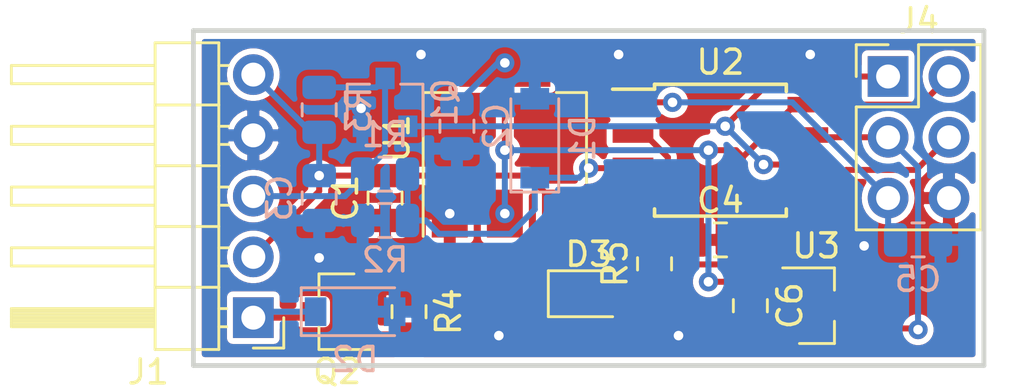
<source format=kicad_pcb>
(kicad_pcb (version 20211014) (generator pcbnew)
  (layers (0 "F.Cu" signal) (31 "B.Cu" signal) (34 "B.Paste" user) (35 "F.Paste" user) (36 "B.SilkS" user "B.Silkscreen") (37 "F.SilkS" user "F.Silkscreen") (38 "B.Mask" user) (39 "F.Mask" user) (44 "Edge.Cuts" user))
  (net 0 "")
  (net 1 "/FB")
  (net 2 "Net-(J1-Pad3)")
  (net 3 "GND")
  (net 4 "+12V")
  (net 5 "/PWM")
  (net 6 "+5V")
  (net 7 "Net-(C5-Pad1)")
  (net 8 "Net-(J4-Pad3)")
  (net 9 "Net-(D3-Pad2)")
  (net 10 "Net-(R5-Pad2)")
  (net 11 "/RELAIS")
  (net 12 "Net-(D2-Pad1)")
  (footprint "Package_TO_SOT_SMD:SOT-223-3_TabPin2" (layer "F.Cu") (at 54 60.5 90)
    (fp_text reference "U1" (at 0 -4.5 90) (layer "F.SilkS"))
    (fp_text value "AP1117-50")
    (fp_line (start -4.1 -3.41) (end 1.91 -3.41) (layer "F.SilkS") (width 0.12))
    (fp_line (start 1.91 3.41) (end 1.91 2.15) (layer "F.SilkS") (width 0.12))
    (fp_line (start 1.91 -3.41) (end 1.91 -2.15) (layer "F.SilkS") (width 0.12))
    (fp_line (start -1.85 3.41) (end 1.91 3.41) (layer "F.SilkS") (width 0.12))
    (pad "1" smd rect locked (at -3.15 -2.3 90) (size 2 1.5) (layers "F.Cu" "F.Paste" "F.Mask") (net 3 "GND"))
    (pad "2" smd rect locked (at -3.15 0 90) (size 2 1.5) (layers "F.Cu" "F.Paste" "F.Mask") (net 6 "+5V"))
    (pad "2" smd rect locked (at 3.15 0 90) (size 2 3.8) (layers "F.Cu" "F.Paste" "F.Mask") (net 6 "+5V"))
    (pad "3" smd rect locked (at -3.15 2.3 90) (size 2 1.5) (layers "F.Cu" "F.Paste" "F.Mask") (net 4 "+12V"))
  )
  (footprint "Package_SO:SOIJ-8_5.3x5.3mm_P1.27mm" (layer "F.Cu") (at 63 61)
    (fp_text reference "U2" (at 0 -3.68) (layer "F.SilkS"))
    (fp_text value "ATtiny13A-SU")
    (fp_line (start 2.75 -2.755) (end 2.75 -2.455) (layer "F.SilkS") (width 0.15))
    (fp_line (start -2.75 -2.755) (end 2.75 -2.755) (layer "F.SilkS") (width 0.15))
    (fp_line (start 2.75 2.755) (end 2.75 2.455) (layer "F.SilkS") (width 0.15))
    (fp_line (start -2.75 2.755) (end -2.75 2.455) (layer "F.SilkS") (width 0.15))
    (fp_line (start -2.75 -2.755) (end -2.75 -2.55) (layer "F.SilkS") (width 0.15))
    (fp_line (start -2.75 -2.55) (end -4.5 -2.55) (layer "F.SilkS") (width 0.15))
    (fp_line (start -2.75 2.755) (end 2.75 2.755) (layer "F.SilkS") (width 0.15))
    (pad "1" smd rect locked (at -3.65 -1.905) (size 1.7 0.65) (layers "F.Cu" "F.Paste" "F.Mask") (net 7 "Net-(C5-Pad1)"))
    (pad "2" smd rect locked (at -3.65 -0.635) (size 1.7 0.65) (layers "F.Cu" "F.Paste" "F.Mask") (net 10 "Net-(R5-Pad2)"))
    (pad "3" smd rect locked (at -3.65 0.635) (size 1.7 0.65) (layers "F.Cu" "F.Paste" "F.Mask") (net 1 "/FB"))
    (pad "4" smd rect locked (at -3.65 1.905) (size 1.7 0.65) (layers "F.Cu" "F.Paste" "F.Mask") (net 3 "GND"))
    (pad "5" smd rect locked (at 3.65 1.905) (size 1.7 0.65) (layers "F.Cu" "F.Paste" "F.Mask") (net 11 "/RELAIS"))
    (pad "6" smd rect locked (at 3.65 0.635) (size 1.7 0.65) (layers "F.Cu" "F.Paste" "F.Mask") (net 5 "/PWM"))
    (pad "7" smd rect locked (at 3.65 -0.635) (size 1.7 0.65) (layers "F.Cu" "F.Paste" "F.Mask") (net 8 "Net-(J4-Pad3)"))
    (pad "8" smd rect locked (at 3.65 -1.905) (size 1.7 0.65) (layers "F.Cu" "F.Paste" "F.Mask") (net 6 "+5V"))
  )
  (footprint "Connector_PinHeader_2.54mm:PinHeader_2x03_P2.54mm_Vertical" (layer "F.Cu") (at 70 57.92)
    (fp_text reference "J4" (at 1.27 -2.33) (layer "F.SilkS"))
    (fp_text value "AVR-ISP-6")
    (fp_line (start -1.33 -1.33) (end 0 -1.33) (layer "F.SilkS") (width 0.12))
    (fp_line (start -1.33 1.27) (end -1.33 6.41) (layer "F.SilkS") (width 0.12))
    (fp_line (start -1.33 1.27) (end 1.27 1.27) (layer "F.SilkS") (width 0.12))
    (fp_line (start 1.27 -1.33) (end 3.87 -1.33) (layer "F.SilkS") (width 0.12))
    (fp_line (start 1.27 1.27) (end 1.27 -1.33) (layer "F.SilkS") (width 0.12))
    (fp_line (start 3.87 -1.33) (end 3.87 6.41) (layer "F.SilkS") (width 0.12))
    (fp_line (start -1.33 0) (end -1.33 -1.33) (layer "F.SilkS") (width 0.12))
    (fp_line (start -1.33 6.41) (end 3.87 6.41) (layer "F.SilkS") (width 0.12))
    (pad "1" thru_hole rect locked (at 0 0) (size 1.7 1.7) (drill 1) (layers *.Cu *.Mask) (net 5 "/PWM"))
    (pad "2" thru_hole oval locked (at 2.54 0) (size 1.7 1.7) (drill 1) (layers *.Cu *.Mask) (net 6 "+5V"))
    (pad "3" thru_hole oval locked (at 0 2.54) (size 1.7 1.7) (drill 1) (layers *.Cu *.Mask) (net 8 "Net-(J4-Pad3)"))
    (pad "4" thru_hole oval locked (at 2.54 2.54) (size 1.7 1.7) (drill 1) (layers *.Cu *.Mask) (net 11 "/RELAIS"))
    (pad "5" thru_hole oval locked (at 0 5.08) (size 1.7 1.7) (drill 1) (layers *.Cu *.Mask) (net 7 "Net-(C5-Pad1)"))
    (pad "6" thru_hole oval locked (at 2.54 5.08) (size 1.7 1.7) (drill 1) (layers *.Cu *.Mask) (net 3 "GND"))
  )
  (footprint "Capacitor_SMD:C_0805_2012Metric" (layer "F.Cu") (at 63 64.75)
    (fp_text reference "C4" (at 0 -1.65) (layer "F.SilkS"))
    (fp_text value "100n")
    (fp_line (start -0.258578 -0.71) (end 0.258578 -0.71) (layer "F.SilkS") (width 0.12))
    (fp_line (start -0.258578 0.71) (end 0.258578 0.71) (layer "F.SilkS") (width 0.12))
    (pad "1" smd roundrect locked (at -0.9375 0) (size 0.975 1.4) (layers "F.Cu" "F.Paste" "F.Mask") (net 3 "GND"))
    (pad "2" smd roundrect locked (at 0.9375 0) (size 0.975 1.4) (layers "F.Cu" "F.Paste" "F.Mask") (net 6 "+5V"))
  )
  (footprint "Capacitor_SMD:C_0805_2012Metric" (layer "F.Cu") (at 49 63 90)
    (fp_text reference "C1" (at 0 -1.65 90) (layer "F.SilkS"))
    (fp_text value "100n")
    (fp_line (start -0.258578 -0.71) (end 0.258578 -0.71) (layer "F.SilkS") (width 0.12))
    (fp_line (start -0.258578 0.71) (end 0.258578 0.71) (layer "F.SilkS") (width 0.12))
    (pad "1" smd roundrect locked (at -0.9375 0 90) (size 0.975 1.4) (layers "F.Cu" "F.Paste" "F.Mask") (net 3 "GND"))
    (pad "2" smd roundrect locked (at 0.9375 0 90) (size 0.975 1.4) (layers "F.Cu" "F.Paste" "F.Mask") (net 4 "+12V"))
  )
  (footprint "Resistor_SMD:R_0805_2012Metric" (layer "F.Cu") (at 60.25 65.75 90)
    (fp_text reference "R5" (at 0 -1.65 90) (layer "F.SilkS"))
    (fp_text value "150R")
    (fp_line (start -0.258578 0.71) (end 0.258578 0.71) (layer "F.SilkS") (width 0.12))
    (fp_line (start -0.258578 -0.71) (end 0.258578 -0.71) (layer "F.SilkS") (width 0.12))
    (pad "1" smd roundrect locked (at -0.9375 0 90) (size 0.975 1.4) (layers "F.Cu" "F.Paste" "F.Mask") (net 9 "Net-(D3-Pad2)"))
    (pad "2" smd roundrect locked (at 0.9375 0 90) (size 0.975 1.4) (layers "F.Cu" "F.Paste" "F.Mask") (net 10 "Net-(R5-Pad2)"))
  )
  (footprint "Resistor_SMD:R_0805_2012Metric" (layer "F.Cu") (at 50 67.75 -90)
    (fp_text reference "R4" (at 0 -1.65 -90) (layer "F.SilkS"))
    (fp_text value "10k")
    (fp_line (start -0.258578 0.71) (end 0.258578 0.71) (layer "F.SilkS") (width 0.12))
    (fp_line (start -0.258578 -0.71) (end 0.258578 -0.71) (layer "F.SilkS") (width 0.12))
    (pad "1" smd roundrect locked (at -0.9375 0 270) (size 0.975 1.4) (layers "F.Cu" "F.Paste" "F.Mask") (net 3 "GND"))
    (pad "2" smd roundrect locked (at 0.9375 0 270) (size 0.975 1.4) (layers "F.Cu" "F.Paste" "F.Mask") (net 11 "/RELAIS"))
  )
  (footprint "Package_TO_SOT_SMD:SOT-23" (layer "F.Cu") (at 47 67.75 180)
    (fp_text reference "Q2" (at 0 -2.5 180) (layer "F.SilkS"))
    (fp_text value "nch")
    (fp_line (start 0.76 -1.58) (end -1.4 -1.58) (layer "F.SilkS") (width 0.12))
    (fp_line (start 0.76 -1.58) (end 0.76 -0.65) (layer "F.SilkS") (width 0.12))
    (fp_line (start 0.76 1.58) (end 0.76 0.65) (layer "F.SilkS") (width 0.12))
    (fp_line (start 0.76 1.58) (end -0.7 1.58) (layer "F.SilkS") (width 0.12))
    (pad "1" smd rect locked (at -1 -0.95 180) (size 0.9 0.8) (layers "F.Cu" "F.Paste" "F.Mask") (net 11 "/RELAIS"))
    (pad "2" smd rect locked (at -1 0.95 180) (size 0.9 0.8) (layers "F.Cu" "F.Paste" "F.Mask") (net 3 "GND"))
    (pad "3" smd rect locked (at 1 0 180) (size 0.9 0.8) (layers "F.Cu" "F.Paste" "F.Mask") (net 12 "Net-(D2-Pad1)"))
  )
  (footprint "Connector_PinHeader_2.54mm:PinHeader_1x05_P2.54mm_Horizontal" (layer "F.Cu") (at 43.5 68 180)
    (fp_text reference "J1" (at 4.385 -2.27 180) (layer "F.SilkS"))
    (fp_text value "Conn_01x05")
    (fp_line (start 1.042929 4.7) (end 1.44 4.7) (layer "F.SilkS") (width 0.12))
    (fp_line (start 10.1 10.54) (end 4.1 10.54) (layer "F.SilkS") (width 0.12))
    (fp_line (start 1.11 -0.38) (end 1.44 -0.38) (layer "F.SilkS") (width 0.12))
    (fp_line (start 1.44 3.81) (end 4.1 3.81) (layer "F.SilkS") (width 0.12))
    (fp_line (start 10.1 5.46) (end 4.1 5.46) (layer "F.SilkS") (width 0.12))
    (fp_line (start 10.1 4.7) (end 10.1 5.46) (layer "F.SilkS") (width 0.12))
    (fp_line (start 10.1 2.92) (end 4.1 2.92) (layer "F.SilkS") (width 0.12))
    (fp_line (start 4.1 4.7) (end 10.1 4.7) (layer "F.SilkS") (width 0.12))
    (fp_line (start 4.1 0.16) (end 10.1 0.16) (layer "F.SilkS") (width 0.12))
    (fp_line (start 4.1 -1.33) (end 1.44 -1.33) (layer "F.SilkS") (width 0.12))
    (fp_line (start -1.27 -1.27) (end 0 -1.27) (layer "F.SilkS") (width 0.12))
    (fp_line (start 4.1 9.78) (end 10.1 9.78) (layer "F.SilkS") (width 0.12))
    (fp_line (start 10.1 0.38) (end 4.1 0.38) (layer "F.SilkS") (width 0.12))
    (fp_line (start 4.1 0.04) (end 10.1 0.04) (layer "F.SilkS") (width 0.12))
    (fp_line (start 1.11 0.38) (end 1.44 0.38) (layer "F.SilkS") (width 0.12))
    (fp_line (start 1.042929 2.16) (end 1.44 2.16) (layer "F.SilkS") (width 0.12))
    (fp_line (start 1.44 11.49) (end 4.1 11.49) (layer "F.SilkS") (width 0.12))
    (fp_line (start 1.042929 5.46) (end 1.44 5.46) (layer "F.SilkS") (width 0.12))
    (fp_line (start 1.44 1.27) (end 4.1 1.27) (layer "F.SilkS") (width 0.12))
    (fp_line (start 4.1 11.49) (end 4.1 -1.33) (layer "F.SilkS") (width 0.12))
    (fp_line (start 1.042929 9.78) (end 1.44 9.78) (layer "F.SilkS") (width 0.12))
    (fp_line (start 1.44 -1.33) (end 1.44 11.49) (layer "F.SilkS") (width 0.12))
    (fp_line (start 4.1 -0.38) (end 10.1 -0.38) (layer "F.SilkS") (width 0.12))
    (fp_line (start 1.042929 10.54) (end 1.44 10.54) (layer "F.SilkS") (width 0.12))
    (fp_line (start 1.44 8.89) (end 4.1 8.89) (layer "F.SilkS") (width 0.12))
    (fp_line (start 1.042929 8) (end 1.44 8) (layer "F.SilkS") (width 0.12))
    (fp_line (start 4.1 -0.08) (end 10.1 -0.08) (layer "F.SilkS") (width 0.12))
    (fp_line (start 10.1 9.78) (end 10.1 10.54) (layer "F.SilkS") (width 0.12))
    (fp_line (start 1.44 6.35) (end 4.1 6.35) (layer "F.SilkS") (width 0.12))
    (fp_line (start 10.1 8) (end 4.1 8) (layer "F.SilkS") (width 0.12))
    (fp_line (start 1.042929 7.24) (end 1.44 7.24) (layer "F.SilkS") (width 0.12))
    (fp_line (start 4.1 7.24) (end 10.1 7.24) (layer "F.SilkS") (width 0.12))
    (fp_line (start 4.1 0.28) (end 10.1 0.28) (layer "F.SilkS") (width 0.12))
    (fp_line (start 4.1 2.16) (end 10.1 2.16) (layer "F.SilkS") (width 0.12))
    (fp_line (start 4.1 -0.2) (end 10.1 -0.2) (layer "F.SilkS") (width 0.12))
    (fp_line (start 4.1 -0.32) (end 10.1 -0.32) (layer "F.SilkS") (width 0.12))
    (fp_line (start 10.1 7.24) (end 10.1 8) (layer "F.SilkS") (width 0.12))
    (fp_line (start -1.27 0) (end -1.27 -1.27) (layer "F.SilkS") (width 0.12))
    (fp_line (start 1.042929 2.92) (end 1.44 2.92) (layer "F.SilkS") (width 0.12))
    (fp_line (start 10.1 -0.38) (end 10.1 0.38) (layer "F.SilkS") (width 0.12))
    (fp_line (start 10.1 2.16) (end 10.1 2.92) (layer "F.SilkS") (width 0.12))
    (pad "1" thru_hole rect locked (at 0 0 180) (size 1.7 1.7) (drill 1) (layers *.Cu *.Mask) (net 12 "Net-(D2-Pad1)"))
    (pad "2" thru_hole oval locked (at 0 2.54 180) (size 1.7 1.7) (drill 1) (layers *.Cu *.Mask) (net 4 "+12V"))
    (pad "3" thru_hole oval locked (at 0 5.08 180) (size 1.7 1.7) (drill 1) (layers *.Cu *.Mask) (net 2 "Net-(J1-Pad3)"))
    (pad "4" thru_hole oval locked (at 0 7.62 180) (size 1.7 1.7) (drill 1) (layers *.Cu *.Mask) (net 3 "GND"))
    (pad "5" thru_hole oval locked (at 0 10.16 180) (size 1.7 1.7) (drill 1) (layers *.Cu *.Mask) (net 4 "+12V"))
  )
  (footprint "Capacitor_SMD:C_0805_2012Metric" (layer "F.Cu") (at 64.25 67.5 -90)
    (fp_text reference "C6" (at 0 -1.65 -90) (layer "F.SilkS"))
    (fp_text value "100n")
    (fp_line (start -0.258578 0.71) (end 0.258578 0.71) (layer "F.SilkS") (width 0.12))
    (fp_line (start -0.258578 -0.71) (end 0.258578 -0.71) (layer "F.SilkS") (width 0.12))
    (pad "1" smd roundrect locked (at -0.9375 0 270) (size 0.975 1.4) (layers "F.Cu" "F.Paste" "F.Mask") (net 6 "+5V"))
    (pad "2" smd roundrect locked (at 0.9375 0 270) (size 0.975 1.4) (layers "F.Cu" "F.Paste" "F.Mask") (net 3 "GND"))
  )
  (footprint "Package_TO_SOT_SMD:SOT-23" (layer "F.Cu") (at 67 67.5)
    (fp_text reference "U3" (at 0 -2.5) (layer "F.SilkS"))
    (fp_text value "A1101ELHL")
    (fp_line (start 0.76 1.58) (end -0.7 1.58) (layer "F.SilkS") (width 0.12))
    (fp_line (start 0.76 -1.58) (end 0.76 -0.65) (layer "F.SilkS") (width 0.12))
    (fp_line (start 0.76 -1.58) (end -1.4 -1.58) (layer "F.SilkS") (width 0.12))
    (fp_line (start 0.76 1.58) (end 0.76 0.65) (layer "F.SilkS") (width 0.12))
    (pad "1" smd rect locked (at -1 -0.95) (size 0.9 0.8) (layers "F.Cu" "F.Paste" "F.Mask") (net 6 "+5V"))
    (pad "2" smd rect locked (at -1 0.95) (size 0.9 0.8) (layers "F.Cu" "F.Paste" "F.Mask") (net 8 "Net-(J4-Pad3)"))
    (pad "3" smd rect locked (at 1 0) (size 0.9 0.8) (layers "F.Cu" "F.Paste" "F.Mask") (net 3 "GND"))
  )
  (footprint "LED_SMD:LED_0805_2012Metric" (layer "F.Cu") (at 57.5 67)
    (fp_text reference "D3" (at 0 -1.65) (layer "F.SilkS"))
    (fp_text value "LED")
    (fp_line (start -1.685 -0.96) (end -1.685 0.96) (layer "F.SilkS") (width 0.12))
    (fp_line (start -1.685 0.96) (end 1 0.96) (layer "F.SilkS") (width 0.12))
    (fp_line (start 1 -0.96) (end -1.685 -0.96) (layer "F.SilkS") (width 0.12))
    (pad "1" smd roundrect locked (at -0.9375 0) (size 0.975 1.4) (layers "F.Cu" "F.Paste" "F.Mask") (net 3 "GND"))
    (pad "2" smd roundrect locked (at 0.9375 0) (size 0.975 1.4) (layers "F.Cu" "F.Paste" "F.Mask") (net 9 "Net-(D3-Pad2)"))
  )
  (footprint "Resistor_SMD:R_0805_2012Metric" (layer "B.Cu") (at 49 63.9375)
    (fp_text reference "R2" (at 0 1.65) (layer "B.SilkS") (effects (justify mirror)))
    (fp_text value "5k6")
    (fp_line (start -0.258578 0.71) (end 0.258578 0.71) (layer "B.SilkS") (width 0.12))
    (fp_line (start -0.258578 -0.71) (end 0.258578 -0.71) (layer "B.SilkS") (width 0.12))
    (pad "1" smd roundrect locked (at -0.9375 0) (size 0.975 1.4) (layers "B.Cu" "B.Paste" "B.Mask") (net 3 "GND"))
    (pad "2" smd roundrect locked (at 0.9375 0) (size 0.975 1.4) (layers "B.Cu" "B.Paste" "B.Mask") (net 1 "/FB"))
  )
  (footprint "Resistor_SMD:R_0805_2012Metric" (layer "B.Cu") (at 46.25 59.3125 90)
    (fp_text reference "R3" (at 0 1.65 90) (layer "B.SilkS") (effects (justify mirror)))
    (fp_text value "1k")
    (fp_line (start -0.258578 0.71) (end 0.258578 0.71) (layer "B.SilkS") (width 0.12))
    (fp_line (start -0.258578 -0.71) (end 0.258578 -0.71) (layer "B.SilkS") (width 0.12))
    (pad "1" smd roundrect locked (at -0.9375 0 90) (size 0.975 1.4) (layers "B.Cu" "B.Paste" "B.Mask") (net 4 "+12V"))
    (pad "2" smd roundrect locked (at 0.9375 0 90) (size 0.975 1.4) (layers "B.Cu" "B.Paste" "B.Mask") (net 2 "Net-(J1-Pad3)"))
  )
  (footprint "Package_TO_SOT_SMD:SOT-23" (layer "B.Cu") (at 49 59 90)
    (fp_text reference "Q1" (at 0 2.5 90) (layer "B.SilkS") (effects (justify mirror)))
    (fp_text value "nch")
    (fp_line (start 0.76 1.58) (end -1.4 1.58) (layer "B.SilkS") (width 0.12))
    (fp_line (start 0.76 -1.58) (end 0.76 -0.65) (layer "B.SilkS") (width 0.12))
    (fp_line (start 0.76 1.58) (end 0.76 0.65) (layer "B.SilkS") (width 0.12))
    (fp_line (start 0.76 -1.58) (end -0.7 -1.58) (layer "B.SilkS") (width 0.12))
    (pad "1" smd rect locked (at -1 0.95 90) (size 0.9 0.8) (layers "B.Cu" "B.Paste" "B.Mask") (net 5 "/PWM"))
    (pad "2" smd rect locked (at -1 -0.95 90) (size 0.9 0.8) (layers "B.Cu" "B.Paste" "B.Mask") (net 3 "GND"))
    (pad "3" smd rect locked (at 1 0 90) (size 0.9 0.8) (layers "B.Cu" "B.Paste" "B.Mask") (net 2 "Net-(J1-Pad3)"))
  )
  (footprint "Diode_SMD:D_SOD-123" (layer "B.Cu") (at 55.25 60.5 90)
    (fp_text reference "D1" (at 0 2 90) (layer "B.SilkS") (effects (justify mirror)))
    (fp_text value "1N4148")
    (fp_line (start -2.25 1) (end 1.65 1) (layer "B.SilkS") (width 0.12))
    (fp_line (start -2.25 1) (end -2.25 -1) (layer "B.SilkS") (width 0.12))
    (fp_line (start -2.25 -1) (end 1.65 -1) (layer "B.SilkS") (width 0.12))
    (pad "1" smd rect locked (at -1.65 0 90) (size 0.9 1.2) (layers "B.Cu" "B.Paste" "B.Mask") (net 1 "/FB"))
    (pad "2" smd rect locked (at 1.65 0 90) (size 0.9 1.2) (layers "B.Cu" "B.Paste" "B.Mask") (net 3 "GND"))
  )
  (footprint "Capacitor_SMD:C_0805_2012Metric" (layer "B.Cu") (at 52 60 90)
    (fp_text reference "C2" (at 0 1.65 90) (layer "B.SilkS") (effects (justify mirror)))
    (fp_text value "100n")
    (fp_line (start -0.258578 0.71) (end 0.258578 0.71) (layer "B.SilkS") (width 0.12))
    (fp_line (start -0.258578 -0.71) (end 0.258578 -0.71) (layer "B.SilkS") (width 0.12))
    (pad "1" smd roundrect locked (at -0.9375 0 90) (size 0.975 1.4) (layers "B.Cu" "B.Paste" "B.Mask") (net 3 "GND"))
    (pad "2" smd roundrect locked (at 0.9375 0 90) (size 0.975 1.4) (layers "B.Cu" "B.Paste" "B.Mask") (net 6 "+5V"))
  )
  (footprint "Capacitor_SMD:C_0805_2012Metric" (layer "B.Cu") (at 71.25 64.75)
    (fp_text reference "C5" (at 0 1.65) (layer "B.SilkS") (effects (justify mirror)))
    (fp_text value "10n")
    (fp_line (start -0.258578 0.71) (end 0.258578 0.71) (layer "B.SilkS") (width 0.12))
    (fp_line (start -0.258578 -0.71) (end 0.258578 -0.71) (layer "B.SilkS") (width 0.12))
    (pad "1" smd roundrect locked (at -0.9375 0) (size 0.975 1.4) (layers "B.Cu" "B.Paste" "B.Mask") (net 7 "Net-(C5-Pad1)"))
    (pad "2" smd roundrect locked (at 0.9375 0) (size 0.975 1.4) (layers "B.Cu" "B.Paste" "B.Mask") (net 3 "GND"))
  )
  (footprint "Resistor_SMD:R_0805_2012Metric" (layer "B.Cu") (at 49 62 180)
    (fp_text reference "R1" (at 0 1.65 180) (layer "B.SilkS") (effects (justify mirror)))
    (fp_text value "15k")
    (fp_line (start -0.258578 0.71) (end 0.258578 0.71) (layer "B.SilkS") (width 0.12))
    (fp_line (start -0.258578 -0.71) (end 0.258578 -0.71) (layer "B.SilkS") (width 0.12))
    (pad "1" smd roundrect locked (at -0.9375 0 180) (size 0.975 1.4) (layers "B.Cu" "B.Paste" "B.Mask") (net 1 "/FB"))
    (pad "2" smd roundrect locked (at 0.9375 0 180) (size 0.975 1.4) (layers "B.Cu" "B.Paste" "B.Mask") (net 2 "Net-(J1-Pad3)"))
  )
  (footprint "Capacitor_SMD:C_0805_2012Metric" (layer "B.Cu") (at 46.25 63 -90)
    (fp_text reference "C3" (at 0 1.65 -90) (layer "B.SilkS") (effects (justify mirror)))
    (fp_text value "100n")
    (fp_line (start -0.258578 0.71) (end 0.258578 0.71) (layer "B.SilkS") (width 0.12))
    (fp_line (start -0.258578 -0.71) (end 0.258578 -0.71) (layer "B.SilkS") (width 0.12))
    (pad "1" smd roundrect locked (at -0.9375 0 270) (size 0.975 1.4) (layers "B.Cu" "B.Paste" "B.Mask") (net 4 "+12V"))
    (pad "2" smd roundrect locked (at 0.9375 0 270) (size 0.975 1.4) (layers "B.Cu" "B.Paste" "B.Mask") (net 3 "GND"))
  )
  (footprint "Diode_SMD:D_SOD-123" (layer "B.Cu") (at 47.75 67.75)
    (fp_text reference "D2" (at 0 2) (layer "B.SilkS") (effects (justify mirror)))
    (fp_text value "1N4148")
    (fp_line (start -2.25 1) (end -2.25 -1) (layer "B.SilkS") (width 0.12))
    (fp_line (start -2.25 -1) (end 1.65 -1) (layer "B.SilkS") (width 0.12))
    (fp_line (start -2.25 1) (end 1.65 1) (layer "B.SilkS") (width 0.12))
    (pad "1" smd rect locked (at -1.65 0) (size 0.9 1.2) (layers "B.Cu" "B.Paste" "B.Mask") (net 12 "Net-(D2-Pad1)"))
    (pad "2" smd rect locked (at 1.65 0) (size 0.9 1.2) (layers "B.Cu" "B.Paste" "B.Mask") (net 3 "GND"))
  )
  (gr_line (start 41 56) (end 74 56) (layer "Edge.Cuts") (width 0.2))
  (gr_line (start 41 70) (end 41 56) (layer "Edge.Cuts") (width 0.2))
  (gr_line (start 74 56) (end 74 70) (layer "Edge.Cuts") (width 0.2))
  (gr_line (start 74 70) (end 41 70) (layer "Edge.Cuts") (width 0.2))
  (segment (start 59.235 61.75) (end 59.35 61.635) (width 0.25) (layer "F.Cu") (net 1))
  (segment (start 57.5 61.75) (end 59.235 61.75) (width 0.25) (layer "F.Cu") (net 1))
  (via (at 57.5 61.75) (size 0.8) (drill 0.4) (layers "F.Cu" "B.Cu") (net 1))
  (segment (start 55.25 62.15) (end 57.1 62.15) (width 0.25) (layer "B.Cu") (net 1))
  (segment (start 49.9375 62) (end 49.9375 63.9375) (width 0.25) (layer "B.Cu") (net 1))
  (segment (start 49.9375 63.9375) (end 50.693763 63.9375) (width 0.25) (layer "B.Cu") (net 1))
  (segment (start 50.693763 63.9375) (end 51.25 64.493737) (width 0.25) (layer "B.Cu") (net 1))
  (segment (start 54.229265 64.493737) (end 51.25 64.493737) (width 0.25) (layer "B.Cu") (net 1))
  (segment (start 55.25 62.15) (end 55.25 63.473002) (width 0.25) (layer "B.Cu") (net 1))
  (segment (start 55.25 63.473002) (end 54.229265 64.493737) (width 0.25) (layer "B.Cu") (net 1))
  (segment (start 57.1 62.15) (end 57.5 61.75) (width 0.25) (layer "B.Cu") (net 1))
  (segment (start 43.5 62.92) (end 47.33 62.92) (width 0.25) (layer "B.Cu") (net 2))
  (segment (start 47.33 62.92) (end 48.0625 62.1875) (width 0.25) (layer "B.Cu") (net 2))
  (segment (start 49 61.0625) (end 48.0625 62) (width 0.25) (layer "B.Cu") (net 2))
  (segment (start 49 58) (end 49 61.0625) (width 0.25) (layer "B.Cu") (net 2))
  (segment (start 48.0625 62.1875) (end 48.0625 62) (width 0.25) (layer "B.Cu") (net 2))
  (segment (start 48.625 58.375) (end 49 58) (width 0.25) (layer "B.Cu") (net 2))
  (segment (start 46.25 58.375) (end 48.625 58.375) (width 0.25) (layer "B.Cu") (net 2))
  (via (at 58.75 57) (size 0.8) (drill 0.4) (layers "F.Cu" "B.Cu") (net 3))
  (via (at 53.75 68.75) (size 0.8) (drill 0.4) (layers "F.Cu" "B.Cu") (net 3))
  (via (at 66.75 57) (size 0.8) (drill 0.4) (layers "F.Cu" "B.Cu") (net 3))
  (via (at 48 59.25) (size 0.8) (drill 0.4) (layers "F.Cu" "B.Cu") (net 3))
  (via (at 51.7 63.65) (size 0.8) (drill 0.4) (layers "F.Cu" "B.Cu") (net 3))
  (via (at 69 65) (size 0.8) (drill 0.4) (layers "F.Cu" "B.Cu") (net 3))
  (via (at 46.25 65.5) (size 0.8) (drill 0.4) (layers "F.Cu" "B.Cu") (net 3))
  (via (at 61.25 68.75) (size 0.8) (drill 0.4) (layers "F.Cu" "B.Cu") (net 3))
  (via (at 50.5 57) (size 0.8) (drill 0.4) (layers "F.Cu" "B.Cu") (net 3))
  (segment (start 56.3 63.4) (end 56.3 63.65) (width 0.25) (layer "F.Cu") (net 4))
  (segment (start 46.25 62.0625) (end 49 62.0625) (width 0.25) (layer "F.Cu") (net 4))
  (segment (start 49 62.0625) (end 54.9625 62.0625) (width 0.25) (layer "F.Cu") (net 4))
  (segment (start 46.25 62.71) (end 43.5 65.46) (width 0.25) (layer "F.Cu") (net 4))
  (segment (start 54.9625 62.0625) (end 56.3 63.4) (width 0.25) (layer "F.Cu") (net 4))
  (segment (start 46.25 62.0625) (end 46.25 62.71) (width 0.25) (layer "F.Cu") (net 4))
  (via (at 46.25 62.0625) (size 0.8) (drill 0.4) (layers "F.Cu" "B.Cu") (net 4))
  (segment (start 45.91 60.25) (end 46.25 60.25) (width 0.25) (layer "B.Cu") (net 4))
  (segment (start 43.5 57.84) (end 45.91 60.25) (width 0.25) (layer "B.Cu") (net 4))
  (segment (start 46.25 60.25) (end 46.25 62.0625) (width 0.25) (layer "B.Cu") (net 4))
  (segment (start 70 57.92) (end 65.28 57.92) (width 0.25) (layer "F.Cu") (net 5))
  (segment (start 64.8 61.6) (end 66.615 61.6) (width 0.25) (layer "F.Cu") (net 5))
  (segment (start 66.615 61.6) (end 66.65 61.635) (width 0.25) (layer "F.Cu") (net 5))
  (segment (start 65.28 57.92) (end 63.2 60) (width 0.25) (layer "F.Cu") (net 5))
  (via (at 64.8 61.6) (size 0.8) (drill 0.4) (layers "F.Cu" "B.Cu") (net 5))
  (via (at 63.2 60) (size 0.8) (drill 0.4) (layers "F.Cu" "B.Cu") (net 5))
  (segment (start 49.95 60) (end 63.2 60) (width 0.25) (layer "B.Cu") (net 5))
  (segment (start 63.2 60) (end 64.8 61.6) (width 0.25) (layer "B.Cu") (net 5))
  (segment (start 64.25 66.5625) (end 65.9875 66.5625) (width 0.25) (layer "F.Cu") (net 6))
  (segment (start 65.9875 66.5625) (end 66 66.55) (width 0.25) (layer "F.Cu") (net 6))
  (segment (start 66.125 59.095) (end 66.65 59.095) (width 0.25) (layer "F.Cu") (net 6))
  (segment (start 62.5 66.50001) (end 64.18751 66.50001) (width 0.25) (layer "F.Cu") (net 6))
  (segment (start 63.655 61) (end 63.9375 61.2825) (width 0.25) (layer "F.Cu") (net 6))
  (segment (start 64.18751 66.50001) (end 64.25 66.5625) (width 0.25) (layer "F.Cu") (net 6))
  (segment (start 66.65 59.095) (end 71.365 59.095) (width 0.25) (layer "F.Cu") (net 6))
  (segment (start 54 61) (end 54 57.35) (width 0.25) (layer "F.Cu") (net 6))
  (segment (start 62.5 61) (end 63.655 61) (width 0.25) (layer "F.Cu") (net 6))
  (segment (start 63.9375 61.2825) (end 66.125 59.095) (width 0.25) (layer "F.Cu") (net 6))
  (segment (start 71.365 59.095) (end 72.54 57.92) (width 0.25) (layer "F.Cu") (net 6))
  (segment (start 63.9375 64.75) (end 63.9375 61.2825) (width 0.25) (layer "F.Cu") (net 6))
  (via (at 62.5 66.50001) (size 0.8) (drill 0.4) (layers "F.Cu" "B.Cu") (net 6))
  (via (at 54 61) (size 0.8) (drill 0.4) (layers "F.Cu" "B.Cu") (net 6))
  (via (at 54 57.35) (size 0.8) (drill 0.4) (layers "F.Cu" "B.Cu") (net 6))
  (via (at 54 63.65) (size 0.8) (drill 0.4) (layers "F.Cu" "B.Cu") (net 6))
  (via (at 62.5 61) (size 0.8) (drill 0.4) (layers "F.Cu" "B.Cu") (net 6))
  (segment (start 53.7125 57.35) (end 54 57.35) (width 0.25) (layer "B.Cu") (net 6))
  (segment (start 52 59.0625) (end 53.7125 57.35) (width 0.25) (layer "B.Cu") (net 6))
  (segment (start 54 63.65) (end 54 61) (width 0.25) (layer "B.Cu") (net 6))
  (segment (start 54 61) (end 62.5 61) (width 0.25) (layer "B.Cu") (net 6))
  (segment (start 62.5 61) (end 62.5 66.50001) (width 0.25) (layer "B.Cu") (net 6))
  (segment (start 59.445 59) (end 59.35 59.095) (width 0.25) (layer "F.Cu") (net 7))
  (segment (start 61 59) (end 59.445 59) (width 0.25) (layer "F.Cu") (net 7))
  (via (at 61 59) (size 0.8) (drill 0.4) (layers "F.Cu" "B.Cu") (net 7))
  (segment (start 70 63) (end 70 64.4375) (width 0.25) (layer "B.Cu") (net 7))
  (segment (start 70 64.4375) (end 70.3125 64.75) (width 0.25) (layer "B.Cu") (net 7))
  (segment (start 66 59) (end 61 59) (width 0.25) (layer "B.Cu") (net 7))
  (segment (start 70 63) (end 66 59) (width 0.25) (layer "B.Cu") (net 7))
  (segment (start 66.745 60.46) (end 66.65 60.365) (width 0.25) (layer "F.Cu") (net 8))
  (segment (start 71.2 68.45) (end 71.25 68.5) (width 0.25) (layer "F.Cu") (net 8))
  (segment (start 66 68.45) (end 71.2 68.45) (width 0.25) (layer "F.Cu") (net 8))
  (segment (start 70 60.46) (end 66.745 60.46) (width 0.25) (layer "F.Cu") (net 8))
  (via (at 71.25 68.5) (size 0.8) (drill 0.4) (layers "F.Cu" "B.Cu") (net 8))
  (segment (start 71.25 67.934315) (end 71.25 68.5) (width 0.25) (layer "B.Cu") (net 8))
  (segment (start 71.25 61.71) (end 71.25 67.934315) (width 0.25) (layer "B.Cu") (net 8))
  (segment (start 70 60.46) (end 71.25 61.71) (width 0.25) (layer "B.Cu") (net 8))
  (segment (start 58.4375 67) (end 59.9375 67) (width 0.25) (layer "F.Cu") (net 9))
  (segment (start 59.9375 67) (end 60.25 66.6875) (width 0.25) (layer "F.Cu") (net 9))
  (segment (start 60.806237 61.296237) (end 59.875 60.365) (width 0.25) (layer "F.Cu") (net 10))
  (segment (start 60.25 64.8125) (end 60.806237 64.256263) (width 0.25) (layer "F.Cu") (net 10))
  (segment (start 59.875 60.365) (end 59.35 60.365) (width 0.25) (layer "F.Cu") (net 10))
  (segment (start 60.806237 64.256263) (end 60.806237 61.296237) (width 0.25) (layer "F.Cu") (net 10))
  (segment (start 67.175 62.905) (end 66.65 62.905) (width 0.25) (layer "F.Cu") (net 11))
  (segment (start 64.41684 65.77501) (end 66.65 63.54185) (width 0.25) (layer "F.Cu") (net 11))
  (segment (start 49.9875 68.7) (end 50 68.6875) (width 0.25) (layer "F.Cu") (net 11))
  (segment (start 66.65 63.48) (end 66.65 62.905) (width 0.25) (layer "F.Cu") (net 11))
  (segment (start 72.54 60.46) (end 71.175001 61.824999) (width 0.25) (layer "F.Cu") (net 11))
  (segment (start 66.65 63.54185) (end 66.65 63.48) (width 0.25) (layer "F.Cu") (net 11))
  (segment (start 48 68.7) (end 49.9875 68.7) (width 0.25) (layer "F.Cu") (net 11))
  (segment (start 71.175001 61.824999) (end 68.255001 61.824999) (width 0.25) (layer "F.Cu") (net 11))
  (segment (start 50 68.6875) (end 52.91249 65.77501) (width 0.25) (layer "F.Cu") (net 11))
  (segment (start 68.255001 61.824999) (end 67.175 62.905) (width 0.25) (layer "F.Cu") (net 11))
  (segment (start 52.91249 65.77501) (end 64.41684 65.77501) (width 0.25) (layer "F.Cu") (net 11))
  (segment (start 45.75 68) (end 46 67.75) (width 0.25) (layer "F.Cu") (net 12))
  (segment (start 43.5 68) (end 45.75 68) (width 0.25) (layer "F.Cu") (net 12))
  (segment (start 46.1 67.75) (end 43.75 67.75) (width 0.25) (layer "B.Cu") (net 12))
  (segment (start 43.75 67.75) (end 43.5 68) (width 0.25) (layer "B.Cu") (net 12))
  (zone (net 3) (net_name "GND") (layer "F.Cu") (connect_pads (clearance 0.25)) (min_thickness 0.25) (fill yes (thermal_gap 0.25) (thermal_bridge_width 0.5))
    (polygon (pts (xy 41 56) (xy 74 56) (xy 74 70) (xy 41 70)))
  )
  (zone (net 3) (net_name "GND") (layer "B.Cu") (connect_pads (clearance 0.25)) (min_thickness 0.25) (fill yes (thermal_gap 0.25) (thermal_bridge_width 0.5))
    (polygon (pts (xy 41 56) (xy 74 56) (xy 74 70) (xy 41 70)))
  )
)
</source>
